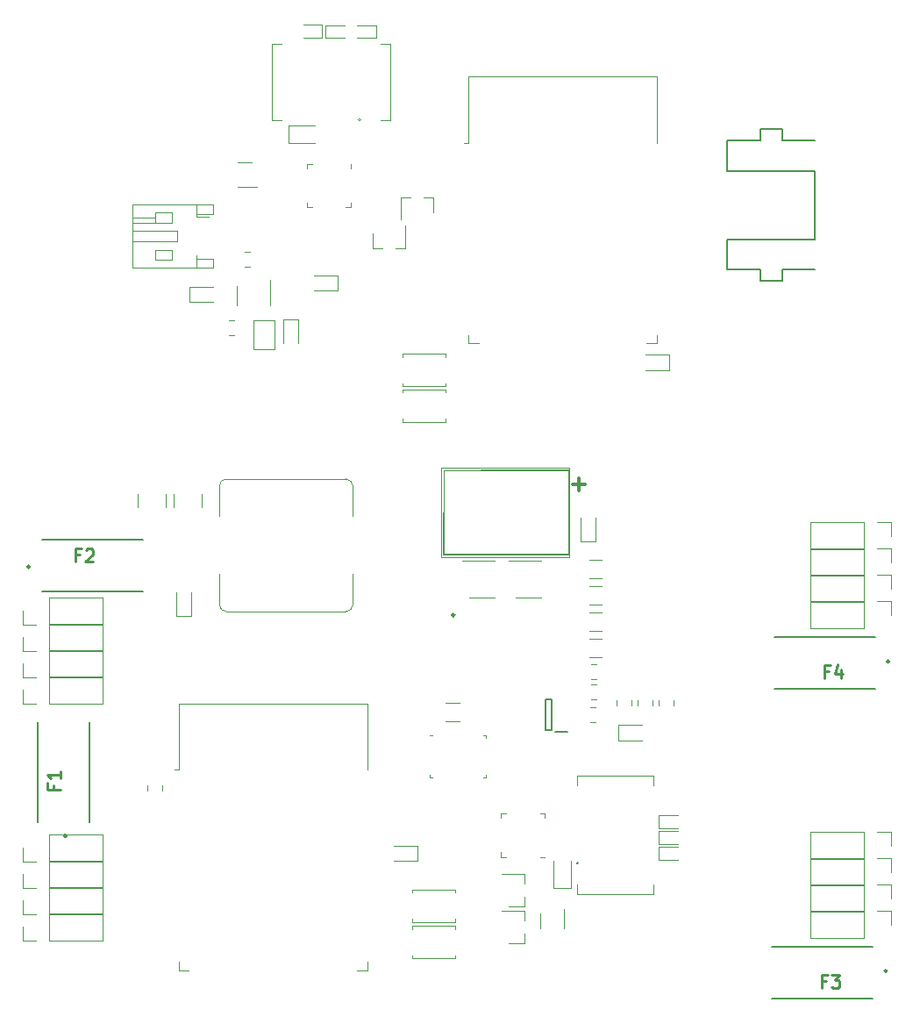
<source format=gbr>
G04 #@! TF.GenerationSoftware,KiCad,Pcbnew,5.1.4-e60b266~84~ubuntu18.04.1*
G04 #@! TF.CreationDate,2019-10-17T22:07:23-04:00*
G04 #@! TF.ProjectId,SmallKat v2,536d616c-6c4b-4617-9420-76322e6b6963,rev?*
G04 #@! TF.SameCoordinates,Original*
G04 #@! TF.FileFunction,Legend,Top*
G04 #@! TF.FilePolarity,Positive*
%FSLAX46Y46*%
G04 Gerber Fmt 4.6, Leading zero omitted, Abs format (unit mm)*
G04 Created by KiCad (PCBNEW 5.1.4-e60b266~84~ubuntu18.04.1) date 2019-10-17 22:07:23*
%MOMM*%
%LPD*%
G04 APERTURE LIST*
%ADD10C,0.300000*%
%ADD11C,0.254000*%
%ADD12C,0.200000*%
%ADD13C,0.127000*%
%ADD14C,0.150000*%
%ADD15C,0.120000*%
%ADD16C,0.100000*%
%ADD17C,0.050000*%
G04 APERTURE END LIST*
D10*
X155841628Y-88727742D02*
X154698771Y-88727742D01*
X155270200Y-89299171D02*
X155270200Y-88156314D01*
D11*
X185237430Y-105825800D02*
G75*
G03X185237430Y-105825800I-106630J0D01*
G01*
D12*
X183848800Y-103453800D02*
X174118800Y-103453800D01*
X183848800Y-108483800D02*
X174118800Y-108483800D01*
D11*
X184983430Y-135696200D02*
G75*
G03X184983430Y-135696200I-106630J0D01*
G01*
D12*
X183594800Y-133324200D02*
X173864800Y-133324200D01*
X183594800Y-138354200D02*
X173864800Y-138354200D01*
D11*
X102255230Y-96688400D02*
G75*
G03X102255230Y-96688400I-106630J0D01*
G01*
D12*
X103430600Y-99060400D02*
X113160600Y-99060400D01*
X103430600Y-94030400D02*
X113160600Y-94030400D01*
D11*
X105786630Y-122656800D02*
G75*
G03X105786630Y-122656800I-106630J0D01*
G01*
D12*
X108052000Y-121374800D02*
X108052000Y-111644800D01*
X103022000Y-121374800D02*
X103022000Y-111644800D01*
D13*
X174903000Y-69085500D02*
X174903000Y-67985500D01*
X172787000Y-69085500D02*
X174903000Y-69085500D01*
X172787000Y-67985500D02*
X172787000Y-69085500D01*
X172787000Y-67985500D02*
X169545000Y-67985500D01*
X177995000Y-67985500D02*
X174903000Y-67985500D01*
D14*
X169545000Y-67985500D02*
X169545000Y-65085500D01*
X169545000Y-65085500D02*
X169845000Y-65085500D01*
X169845000Y-65085500D02*
X177995000Y-65085500D01*
X169545000Y-58485500D02*
X169845000Y-58485500D01*
D13*
X172787000Y-55585500D02*
X169545000Y-55585500D01*
X174903000Y-54485500D02*
X174903000Y-55585500D01*
D14*
X169545000Y-55585500D02*
X169545000Y-58485500D01*
X169845000Y-58485500D02*
X177995000Y-58485500D01*
D13*
X172787000Y-55585500D02*
X172787000Y-54485500D01*
X172787000Y-54485500D02*
X174903000Y-54485500D01*
X177995000Y-55585500D02*
X174903000Y-55585500D01*
D14*
X177995000Y-65085500D02*
X177995000Y-58485500D01*
D15*
X138247800Y-79294000D02*
X138247800Y-78994000D01*
X142387800Y-76154000D02*
X142387800Y-76454000D01*
X142387800Y-78994000D02*
X142387800Y-79294000D01*
X138247800Y-76154000D02*
X142387800Y-76154000D01*
X138247800Y-76454000D02*
X138247800Y-76154000D01*
X142387800Y-79294000D02*
X138247800Y-79294000D01*
X142396800Y-79583000D02*
X142396800Y-79883000D01*
X138256800Y-82723000D02*
X138256800Y-82423000D01*
X138256800Y-79883000D02*
X138256800Y-79583000D01*
X142396800Y-82723000D02*
X138256800Y-82723000D01*
X142396800Y-82423000D02*
X142396800Y-82723000D01*
X138256800Y-79583000D02*
X142396800Y-79583000D01*
X143294000Y-127843000D02*
X143294000Y-128143000D01*
X139154000Y-130983000D02*
X139154000Y-130683000D01*
X139154000Y-128143000D02*
X139154000Y-127843000D01*
X143294000Y-130983000D02*
X139154000Y-130983000D01*
X143294000Y-130683000D02*
X143294000Y-130983000D01*
X139154000Y-127843000D02*
X143294000Y-127843000D01*
X143289500Y-131335500D02*
X143289500Y-131635500D01*
X139149500Y-134475500D02*
X139149500Y-134175500D01*
X139149500Y-131635500D02*
X139149500Y-131335500D01*
X143289500Y-134475500D02*
X139149500Y-134475500D01*
X143289500Y-134175500D02*
X143289500Y-134475500D01*
X139149500Y-131335500D02*
X143289500Y-131335500D01*
X134205203Y-53561000D02*
G75*
G03X134205203Y-53561000I-111803J0D01*
G01*
X126543400Y-46211000D02*
X125643400Y-46211000D01*
X126543400Y-53611000D02*
X125643400Y-53611000D01*
X125643400Y-53611000D02*
X125643400Y-46211000D01*
X137043400Y-46211000D02*
X136143400Y-46211000D01*
X137043400Y-53611000D02*
X136143400Y-53611000D01*
X137043400Y-53611000D02*
X137043400Y-46211000D01*
X155211803Y-125305000D02*
G75*
G03X155211803Y-125305000I-111803J0D01*
G01*
X162450000Y-117755000D02*
X162450000Y-116855000D01*
X155050000Y-117755000D02*
X155050000Y-116855000D01*
X155050000Y-116855000D02*
X162450000Y-116855000D01*
X162450000Y-128255000D02*
X162450000Y-127355000D01*
X155050000Y-128255000D02*
X155050000Y-127355000D01*
X155050000Y-128255000D02*
X162450000Y-128255000D01*
X142370500Y-109805500D02*
X143720500Y-109805500D01*
X142370500Y-111555500D02*
X143720500Y-111555500D01*
X133235200Y-58273200D02*
X133235200Y-57798200D01*
X129015200Y-62018200D02*
X129490200Y-62018200D01*
X129015200Y-61543200D02*
X129015200Y-62018200D01*
X129015200Y-57798200D02*
X129490200Y-57798200D01*
X129015200Y-58273200D02*
X129015200Y-57798200D01*
X133235200Y-62018200D02*
X132760200Y-62018200D01*
X133235200Y-61543200D02*
X133235200Y-62018200D01*
X144575400Y-55782200D02*
X144195400Y-55782200D01*
X144575400Y-49362200D02*
X144575400Y-55782200D01*
X162815400Y-49362200D02*
X162815400Y-55782200D01*
X144575400Y-49362200D02*
X162815400Y-49362200D01*
X162815400Y-75107200D02*
X161815400Y-75107200D01*
X162815400Y-74327200D02*
X162815400Y-75107200D01*
X144575400Y-75107200D02*
X145575400Y-75107200D01*
X144575400Y-74327200D02*
X144575400Y-75107200D01*
X123702000Y-57676800D02*
X122302000Y-57676800D01*
X122302000Y-59996800D02*
X124202000Y-59996800D01*
X125445200Y-71443600D02*
X125445200Y-68993600D01*
X122225200Y-69643600D02*
X122225200Y-71443600D01*
X151495000Y-124680000D02*
X151970000Y-124680000D01*
X147750000Y-120460000D02*
X147750000Y-120935000D01*
X148225000Y-120460000D02*
X147750000Y-120460000D01*
X151970000Y-120460000D02*
X151970000Y-120935000D01*
X151495000Y-120460000D02*
X151970000Y-120460000D01*
X147750000Y-124680000D02*
X147750000Y-124205000D01*
X148225000Y-124680000D02*
X147750000Y-124680000D01*
X116610000Y-116285000D02*
X116230000Y-116285000D01*
X116610000Y-109865000D02*
X116610000Y-116285000D01*
X134850000Y-109865000D02*
X134850000Y-116285000D01*
X116610000Y-109865000D02*
X134850000Y-109865000D01*
X134850000Y-135610000D02*
X133850000Y-135610000D01*
X134850000Y-134830000D02*
X134850000Y-135610000D01*
X116610000Y-135610000D02*
X117610000Y-135610000D01*
X116610000Y-134830000D02*
X116610000Y-135610000D01*
X151541500Y-130181300D02*
X151541500Y-131581300D01*
X153861500Y-131581300D02*
X153861500Y-129681300D01*
X140860960Y-117000880D02*
X141120960Y-117000880D01*
X140860960Y-117000880D02*
X140860960Y-116740880D01*
X140860960Y-112980880D02*
X141120960Y-112980880D01*
X146280960Y-117000880D02*
X146020960Y-117000880D01*
X146280960Y-117000880D02*
X146280960Y-116740880D01*
X146280960Y-112980880D02*
X146020960Y-112980880D01*
X146280960Y-112980880D02*
X146280960Y-113240880D01*
X135376800Y-65961800D02*
X135376800Y-64501800D01*
X138536800Y-65961800D02*
X138536800Y-63801800D01*
X138536800Y-65961800D02*
X137606800Y-65961800D01*
X135376800Y-65961800D02*
X136306800Y-65961800D01*
X141214000Y-61028800D02*
X141214000Y-62488800D01*
X138054000Y-61028800D02*
X138054000Y-63188800D01*
X138054000Y-61028800D02*
X138984000Y-61028800D01*
X141214000Y-61028800D02*
X140284000Y-61028800D01*
X149985000Y-133025000D02*
X148525000Y-133025000D01*
X149985000Y-129865000D02*
X147825000Y-129865000D01*
X149985000Y-129865000D02*
X149985000Y-130795000D01*
X149985000Y-133025000D02*
X149985000Y-132095000D01*
X149985000Y-129469000D02*
X148525000Y-129469000D01*
X149985000Y-126309000D02*
X147825000Y-126309000D01*
X149985000Y-126309000D02*
X149985000Y-127239000D01*
X149985000Y-129469000D02*
X149985000Y-128539000D01*
X144001200Y-96066600D02*
X147131200Y-96066600D01*
X144671200Y-99666600D02*
X147131200Y-99666600D01*
X148471600Y-96065800D02*
X151601600Y-96065800D01*
X149141600Y-99665800D02*
X151601600Y-99665800D01*
X132750000Y-101015000D02*
X121250000Y-101015000D01*
X133450000Y-100365000D02*
X133450000Y-97415000D01*
X121250000Y-88215000D02*
X132750000Y-88215000D01*
X120550000Y-100315000D02*
X120550000Y-97415000D01*
X133450000Y-91815000D02*
X133450000Y-88915000D01*
X120550000Y-91815000D02*
X120550000Y-88915000D01*
X133450000Y-100315000D02*
G75*
G02X132750000Y-101015000I-700000J0D01*
G01*
X132750000Y-88215000D02*
G75*
G02X133450000Y-88915000I0J-700000D01*
G01*
X120550000Y-88915000D02*
G75*
G02X121250000Y-88215000I700000J0D01*
G01*
X121250000Y-101015000D02*
G75*
G02X120550000Y-100315000I0J700000D01*
G01*
X156902678Y-110262600D02*
X156385522Y-110262600D01*
X156902678Y-111682600D02*
X156385522Y-111682600D01*
X125840700Y-72871200D02*
X125840700Y-75671200D01*
X125840700Y-75671200D02*
X123840700Y-75671200D01*
X123840700Y-75671200D02*
X123840700Y-72871200D01*
X123840700Y-72871200D02*
X125840700Y-72871200D01*
X118351000Y-62944800D02*
X119566000Y-62944800D01*
X114391000Y-63004800D02*
X112131000Y-63004800D01*
X114391000Y-63504800D02*
X112131000Y-63504800D01*
X115991000Y-66104800D02*
X115991000Y-67104800D01*
X114391000Y-66104800D02*
X115991000Y-66104800D01*
X114391000Y-67104800D02*
X114391000Y-66104800D01*
X115991000Y-67104800D02*
X114391000Y-67104800D01*
X115991000Y-63504800D02*
X115991000Y-62504800D01*
X114391000Y-63504800D02*
X115991000Y-63504800D01*
X114391000Y-62504800D02*
X114391000Y-63504800D01*
X115991000Y-62504800D02*
X114391000Y-62504800D01*
X118351000Y-67864800D02*
X118351000Y-66944800D01*
X118351000Y-61744800D02*
X118351000Y-62664800D01*
X116491000Y-65304800D02*
X112131000Y-65304800D01*
X116491000Y-64304800D02*
X116491000Y-65304800D01*
X112131000Y-64304800D02*
X116491000Y-64304800D01*
X118351000Y-66944800D02*
X118351000Y-66664800D01*
X119951000Y-66944800D02*
X118351000Y-66944800D01*
X119951000Y-67864800D02*
X119951000Y-66944800D01*
X112131000Y-67864800D02*
X119951000Y-67864800D01*
X112131000Y-61744800D02*
X112131000Y-67864800D01*
X119951000Y-61744800D02*
X112131000Y-61744800D01*
X119951000Y-62664800D02*
X119951000Y-61744800D01*
X118351000Y-62664800D02*
X119951000Y-62664800D01*
X118351000Y-62944800D02*
X118351000Y-62664800D01*
X185390000Y-92365000D02*
X185390000Y-93695000D01*
X184060000Y-92365000D02*
X185390000Y-92365000D01*
X182790000Y-92365000D02*
X182790000Y-95025000D01*
X182790000Y-95025000D02*
X177650000Y-95025000D01*
X182790000Y-92365000D02*
X177650000Y-92365000D01*
X177650000Y-92365000D02*
X177650000Y-95025000D01*
X185390000Y-94905000D02*
X185390000Y-96235000D01*
X184060000Y-94905000D02*
X185390000Y-94905000D01*
X182790000Y-94905000D02*
X182790000Y-97565000D01*
X182790000Y-97565000D02*
X177650000Y-97565000D01*
X182790000Y-94905000D02*
X177650000Y-94905000D01*
X177650000Y-94905000D02*
X177650000Y-97565000D01*
X185390000Y-97450600D02*
X185390000Y-98780600D01*
X184060000Y-97450600D02*
X185390000Y-97450600D01*
X182790000Y-97450600D02*
X182790000Y-100110600D01*
X182790000Y-100110600D02*
X177650000Y-100110600D01*
X182790000Y-97450600D02*
X177650000Y-97450600D01*
X177650000Y-97450600D02*
X177650000Y-100110600D01*
X185378400Y-99990600D02*
X185378400Y-101320600D01*
X184048400Y-99990600D02*
X185378400Y-99990600D01*
X182778400Y-99990600D02*
X182778400Y-102650600D01*
X182778400Y-102650600D02*
X177638400Y-102650600D01*
X182778400Y-99990600D02*
X177638400Y-99990600D01*
X177638400Y-99990600D02*
X177638400Y-102650600D01*
X185390000Y-122265000D02*
X185390000Y-123595000D01*
X184060000Y-122265000D02*
X185390000Y-122265000D01*
X182790000Y-122265000D02*
X182790000Y-124925000D01*
X182790000Y-124925000D02*
X177650000Y-124925000D01*
X182790000Y-122265000D02*
X177650000Y-122265000D01*
X177650000Y-122265000D02*
X177650000Y-124925000D01*
X185390000Y-124805000D02*
X185390000Y-126135000D01*
X184060000Y-124805000D02*
X185390000Y-124805000D01*
X182790000Y-124805000D02*
X182790000Y-127465000D01*
X182790000Y-127465000D02*
X177650000Y-127465000D01*
X182790000Y-124805000D02*
X177650000Y-124805000D01*
X177650000Y-124805000D02*
X177650000Y-127465000D01*
X185390000Y-127345000D02*
X185390000Y-128675000D01*
X184060000Y-127345000D02*
X185390000Y-127345000D01*
X182790000Y-127345000D02*
X182790000Y-130005000D01*
X182790000Y-130005000D02*
X177650000Y-130005000D01*
X182790000Y-127345000D02*
X177650000Y-127345000D01*
X177650000Y-127345000D02*
X177650000Y-130005000D01*
X185390000Y-129885000D02*
X185390000Y-131215000D01*
X184060000Y-129885000D02*
X185390000Y-129885000D01*
X182790000Y-129885000D02*
X182790000Y-132545000D01*
X182790000Y-132545000D02*
X177650000Y-132545000D01*
X182790000Y-129885000D02*
X177650000Y-129885000D01*
X177650000Y-129885000D02*
X177650000Y-132545000D01*
D12*
X142212720Y-95514160D02*
X142212720Y-91450160D01*
X154294720Y-95514160D02*
X142212720Y-95514160D01*
X154294720Y-87450160D02*
X154294720Y-95514160D01*
X145794720Y-87386160D02*
X154294720Y-87386160D01*
D16*
X142212720Y-95514160D02*
X142212720Y-87386160D01*
X154294720Y-95514160D02*
X142212720Y-95514160D01*
X154294720Y-87386160D02*
X154294720Y-95514160D01*
X142212720Y-87386160D02*
X154294720Y-87386160D01*
D17*
X141962720Y-95764160D02*
X141962720Y-87136160D01*
X154294720Y-95764160D02*
X141962720Y-95764160D01*
X154294720Y-87136160D02*
X154294720Y-95764160D01*
X141962720Y-87136160D02*
X154294720Y-87136160D01*
D15*
X101540000Y-102295000D02*
X101540000Y-100965000D01*
X102870000Y-102295000D02*
X101540000Y-102295000D01*
X104140000Y-102295000D02*
X104140000Y-99635000D01*
X104140000Y-99635000D02*
X109280000Y-99635000D01*
X104140000Y-102295000D02*
X109280000Y-102295000D01*
X109280000Y-102295000D02*
X109280000Y-99635000D01*
X101540000Y-104835000D02*
X101540000Y-103505000D01*
X102870000Y-104835000D02*
X101540000Y-104835000D01*
X104140000Y-104835000D02*
X104140000Y-102175000D01*
X104140000Y-102175000D02*
X109280000Y-102175000D01*
X104140000Y-104835000D02*
X109280000Y-104835000D01*
X109280000Y-104835000D02*
X109280000Y-102175000D01*
X101540000Y-107375000D02*
X101540000Y-106045000D01*
X102870000Y-107375000D02*
X101540000Y-107375000D01*
X104140000Y-107375000D02*
X104140000Y-104715000D01*
X104140000Y-104715000D02*
X109280000Y-104715000D01*
X104140000Y-107375000D02*
X109280000Y-107375000D01*
X109280000Y-107375000D02*
X109280000Y-104715000D01*
X101540000Y-109915000D02*
X101540000Y-108585000D01*
X102870000Y-109915000D02*
X101540000Y-109915000D01*
X104140000Y-109915000D02*
X104140000Y-107255000D01*
X104140000Y-107255000D02*
X109280000Y-107255000D01*
X104140000Y-109915000D02*
X109280000Y-109915000D01*
X109280000Y-109915000D02*
X109280000Y-107255000D01*
X101540000Y-125155000D02*
X101540000Y-123825000D01*
X102870000Y-125155000D02*
X101540000Y-125155000D01*
X104140000Y-125155000D02*
X104140000Y-122495000D01*
X104140000Y-122495000D02*
X109280000Y-122495000D01*
X104140000Y-125155000D02*
X109280000Y-125155000D01*
X109280000Y-125155000D02*
X109280000Y-122495000D01*
X101540000Y-127695000D02*
X101540000Y-126365000D01*
X102870000Y-127695000D02*
X101540000Y-127695000D01*
X104140000Y-127695000D02*
X104140000Y-125035000D01*
X104140000Y-125035000D02*
X109280000Y-125035000D01*
X104140000Y-127695000D02*
X109280000Y-127695000D01*
X109280000Y-127695000D02*
X109280000Y-125035000D01*
X101540000Y-130235000D02*
X101540000Y-128905000D01*
X102870000Y-130235000D02*
X101540000Y-130235000D01*
X104140000Y-130235000D02*
X104140000Y-127575000D01*
X104140000Y-127575000D02*
X109280000Y-127575000D01*
X104140000Y-130235000D02*
X109280000Y-130235000D01*
X109280000Y-130235000D02*
X109280000Y-127575000D01*
X101540000Y-132775000D02*
X101540000Y-131445000D01*
X102870000Y-132775000D02*
X101540000Y-132775000D01*
X104140000Y-132775000D02*
X104140000Y-130115000D01*
X104140000Y-130115000D02*
X109280000Y-130115000D01*
X104140000Y-132775000D02*
X109280000Y-132775000D01*
X109280000Y-132775000D02*
X109280000Y-130115000D01*
D11*
X143259000Y-101347000D02*
G75*
G03X143259000Y-101347000I-125000J0D01*
G01*
D12*
X154193400Y-112572600D02*
X152943400Y-112572600D01*
X152593400Y-109522600D02*
X152593400Y-112422600D01*
X152043400Y-109522600D02*
X152593400Y-109522600D01*
X152043400Y-112422600D02*
X152043400Y-109522600D01*
X152593400Y-112422600D02*
X152043400Y-112422600D01*
D15*
X133880400Y-44459600D02*
X135730400Y-44459600D01*
X133880400Y-45659600D02*
X135730400Y-45659600D01*
X135730400Y-45659600D02*
X135730400Y-44459600D01*
X132664200Y-45634200D02*
X130814200Y-45634200D01*
X132664200Y-44434200D02*
X130814200Y-44434200D01*
X130814200Y-44434200D02*
X130814200Y-45634200D01*
X127227200Y-54141000D02*
X129777200Y-54141000D01*
X127227200Y-55841000D02*
X129777200Y-55841000D01*
X127227200Y-54141000D02*
X127227200Y-55841000D01*
X128636800Y-44408800D02*
X130486800Y-44408800D01*
X128636800Y-45608800D02*
X130486800Y-45608800D01*
X130486800Y-45608800D02*
X130486800Y-44408800D01*
X131990300Y-68556200D02*
X129705300Y-68556200D01*
X131990300Y-70026200D02*
X131990300Y-68556200D01*
X129705300Y-70026200D02*
X131990300Y-70026200D01*
X126696800Y-72860900D02*
X126696800Y-75145900D01*
X128166800Y-72860900D02*
X126696800Y-72860900D01*
X128166800Y-75145900D02*
X128166800Y-72860900D01*
X117666500Y-71118400D02*
X119951500Y-71118400D01*
X117666500Y-69648400D02*
X117666500Y-71118400D01*
X119951500Y-69648400D02*
X117666500Y-69648400D01*
X163968800Y-76227000D02*
X161683800Y-76227000D01*
X163968800Y-77697000D02*
X163968800Y-76227000D01*
X161683800Y-77697000D02*
X163968800Y-77697000D01*
X164847500Y-124933000D02*
X162997500Y-124933000D01*
X164847500Y-123733000D02*
X162997500Y-123733000D01*
X162997500Y-123733000D02*
X162997500Y-124933000D01*
X164847500Y-123409000D02*
X162997500Y-123409000D01*
X164847500Y-122209000D02*
X162997500Y-122209000D01*
X162997500Y-122209000D02*
X162997500Y-123409000D01*
X152820000Y-127645000D02*
X152820000Y-125095000D01*
X154520000Y-127645000D02*
X154520000Y-125095000D01*
X152820000Y-127645000D02*
X154520000Y-127645000D01*
X164846000Y-121885000D02*
X162996000Y-121885000D01*
X164846000Y-120685000D02*
X162996000Y-120685000D01*
X162996000Y-120685000D02*
X162996000Y-121885000D01*
X117829000Y-101472000D02*
X117829000Y-99187000D01*
X116359000Y-101472000D02*
X117829000Y-101472000D01*
X116359000Y-99187000D02*
X116359000Y-101472000D01*
X159093800Y-113447500D02*
X161378800Y-113447500D01*
X159093800Y-111977500D02*
X159093800Y-113447500D01*
X161378800Y-111977500D02*
X159093800Y-111977500D01*
X156904400Y-94274400D02*
X156904400Y-91989400D01*
X155434400Y-94274400D02*
X156904400Y-94274400D01*
X155434400Y-91989400D02*
X155434400Y-94274400D01*
X139676900Y-123588600D02*
X137391900Y-123588600D01*
X139676900Y-125058600D02*
X139676900Y-123588600D01*
X137391900Y-125058600D02*
X139676900Y-125058600D01*
X164362200Y-110090478D02*
X164362200Y-109573322D01*
X162942200Y-110090478D02*
X162942200Y-109573322D01*
X123501678Y-66295200D02*
X122984522Y-66295200D01*
X123501678Y-67715200D02*
X122984522Y-67715200D01*
X122000778Y-72899200D02*
X121483622Y-72899200D01*
X122000778Y-74319200D02*
X121483622Y-74319200D01*
X115010000Y-118290078D02*
X115010000Y-117772922D01*
X113590000Y-118290078D02*
X113590000Y-117772922D01*
X115406000Y-90899064D02*
X115406000Y-89694936D01*
X112686000Y-90899064D02*
X112686000Y-89694936D01*
X156239936Y-100351000D02*
X157444064Y-100351000D01*
X156239936Y-98531000D02*
X157444064Y-98531000D01*
X118835000Y-90902064D02*
X118835000Y-89697936D01*
X116115000Y-90902064D02*
X116115000Y-89697936D01*
X156239936Y-102891000D02*
X157444064Y-102891000D01*
X156239936Y-101071000D02*
X157444064Y-101071000D01*
X156239936Y-97811000D02*
X157444064Y-97811000D01*
X156239936Y-95991000D02*
X157444064Y-95991000D01*
X156239936Y-105431000D02*
X157444064Y-105431000D01*
X156239936Y-103611000D02*
X157444064Y-103611000D01*
X160323600Y-110113578D02*
X160323600Y-109596422D01*
X158903600Y-110113578D02*
X158903600Y-109596422D01*
X162355600Y-110090478D02*
X162355600Y-109573322D01*
X160935600Y-110090478D02*
X160935600Y-109573322D01*
X156928078Y-106097000D02*
X156410922Y-106097000D01*
X156928078Y-107517000D02*
X156410922Y-107517000D01*
X156925778Y-108078200D02*
X156408622Y-108078200D01*
X156925778Y-109498200D02*
X156408622Y-109498200D01*
D11*
X179368736Y-106795505D02*
X178945403Y-106795505D01*
X178945403Y-107460743D02*
X178945403Y-106190743D01*
X179550165Y-106190743D01*
X180578260Y-106614077D02*
X180578260Y-107460743D01*
X180275879Y-106130267D02*
X179973498Y-107037410D01*
X180759689Y-107037410D01*
X179114736Y-136665905D02*
X178691403Y-136665905D01*
X178691403Y-137331143D02*
X178691403Y-136061143D01*
X179296165Y-136061143D01*
X179659022Y-136061143D02*
X180445212Y-136061143D01*
X180021879Y-136544953D01*
X180203308Y-136544953D01*
X180324260Y-136605429D01*
X180384736Y-136665905D01*
X180445212Y-136786858D01*
X180445212Y-137089239D01*
X180384736Y-137210191D01*
X180324260Y-137270667D01*
X180203308Y-137331143D01*
X179840450Y-137331143D01*
X179719498Y-137270667D01*
X179659022Y-137210191D01*
X107063996Y-95537265D02*
X106640663Y-95537265D01*
X106640663Y-96202503D02*
X106640663Y-94932503D01*
X107245425Y-94932503D01*
X107668758Y-95053456D02*
X107729234Y-94992980D01*
X107850187Y-94932503D01*
X108152568Y-94932503D01*
X108273520Y-94992980D01*
X108333996Y-95053456D01*
X108394472Y-95174408D01*
X108394472Y-95295360D01*
X108333996Y-95476789D01*
X107608282Y-96202503D01*
X108394472Y-96202503D01*
X104528865Y-117741403D02*
X104528865Y-118164736D01*
X105194103Y-118164736D02*
X103924103Y-118164736D01*
X103924103Y-117559974D01*
X105194103Y-116410927D02*
X105194103Y-117136641D01*
X105194103Y-116773784D02*
X103924103Y-116773784D01*
X104105532Y-116894736D01*
X104226484Y-117015689D01*
X104286960Y-117136641D01*
M02*

</source>
